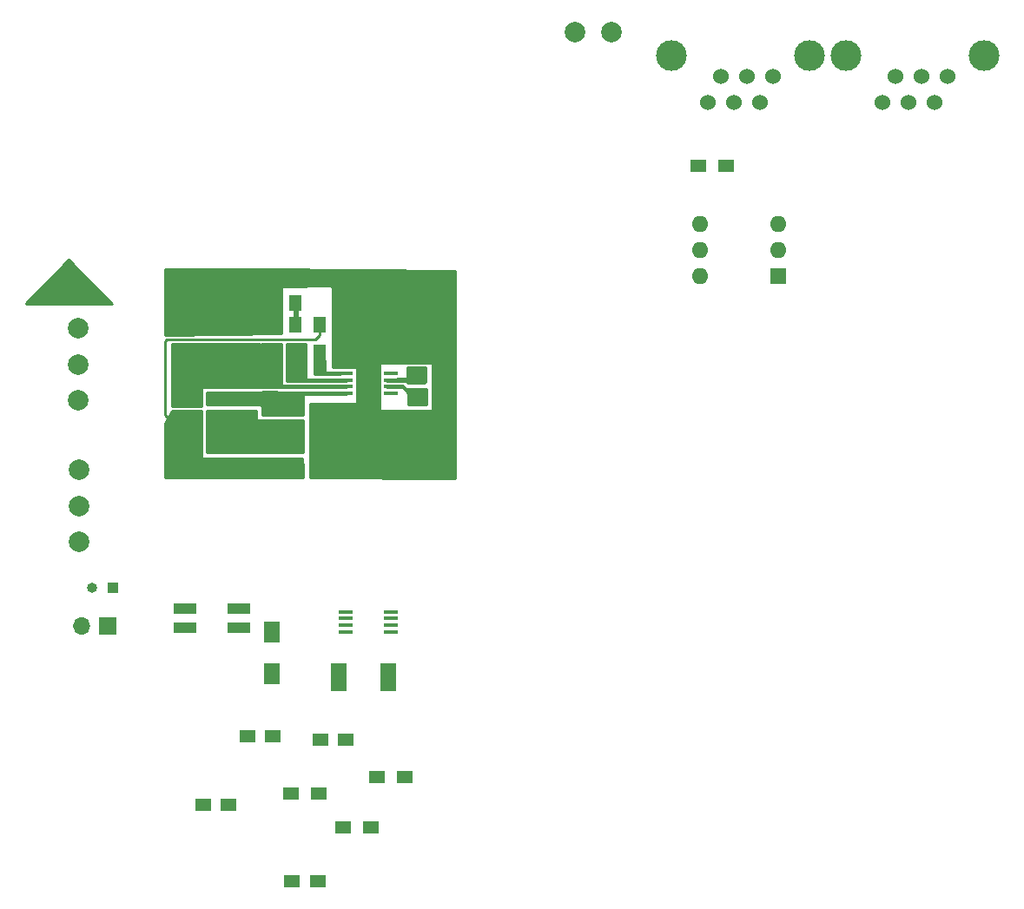
<source format=gbr>
G04 #@! TF.FileFunction,Copper,L1,Top,Signal*
%FSLAX46Y46*%
G04 Gerber Fmt 4.6, Leading zero omitted, Abs format (unit mm)*
G04 Created by KiCad (PCBNEW 4.0.5) date 01/06/17 14:54:28*
%MOMM*%
%LPD*%
G01*
G04 APERTURE LIST*
%ADD10C,0.100000*%
%ADD11R,1.450000X0.450000*%
%ADD12R,1.250000X1.500000*%
%ADD13R,1.500000X1.250000*%
%ADD14C,1.524000*%
%ADD15C,2.999740*%
%ADD16C,1.998980*%
%ADD17R,1.500000X1.300000*%
%ADD18R,1.300000X1.500000*%
%ADD19R,1.600000X1.600000*%
%ADD20O,1.600000X1.600000*%
%ADD21R,1.000000X1.000000*%
%ADD22O,1.000000X1.000000*%
%ADD23R,1.700000X1.700000*%
%ADD24O,1.700000X1.700000*%
%ADD25R,2.200000X1.000000*%
%ADD26R,1.600000X2.000000*%
%ADD27R,1.500000X2.700000*%
%ADD28C,0.300000*%
%ADD29C,0.250000*%
%ADD30C,0.254000*%
G04 APERTURE END LIST*
D10*
D11*
X55000800Y-58905500D03*
X55000800Y-59555500D03*
X55000800Y-60205500D03*
X55000800Y-60855500D03*
X59400800Y-60855500D03*
X59400800Y-60205500D03*
X59400800Y-59555500D03*
X59400800Y-58905500D03*
D12*
X50101500Y-52011900D03*
X50101500Y-49511900D03*
D13*
X64369000Y-59093100D03*
X61869000Y-59093100D03*
X52532600Y-68211700D03*
X50032600Y-68211700D03*
D14*
X109842300Y-32512000D03*
X112382300Y-32512000D03*
X107302300Y-32512000D03*
X113652300Y-29972000D03*
X111112300Y-29972000D03*
X108572300Y-29972000D03*
D15*
X103746300Y-27940000D03*
X117208300Y-27940000D03*
D14*
X92824300Y-32512000D03*
X95364300Y-32512000D03*
X90284300Y-32512000D03*
X96634300Y-29972000D03*
X94094300Y-29972000D03*
X91554300Y-29972000D03*
D15*
X86728300Y-27940000D03*
X100190300Y-27940000D03*
D16*
X28905200Y-54523640D03*
X28905200Y-51023520D03*
X28905200Y-58023760D03*
X28905200Y-61523880D03*
X80871060Y-25603200D03*
X77370940Y-25603200D03*
D17*
X92091500Y-38709600D03*
X89391500Y-38709600D03*
D18*
X52438300Y-56887100D03*
X52438300Y-54187100D03*
X50097600Y-56902000D03*
X50097600Y-54202000D03*
D17*
X64545200Y-61201300D03*
X61845200Y-61201300D03*
D19*
X97142300Y-49403000D03*
D20*
X89522300Y-44323000D03*
X97142300Y-46863000D03*
X89522300Y-46863000D03*
X97142300Y-44323000D03*
X89522300Y-49403000D03*
D12*
X47752000Y-54401400D03*
X47752000Y-56901400D03*
D21*
X32283400Y-79794100D03*
D22*
X30283400Y-79794100D03*
D13*
X52509100Y-94665800D03*
X55009100Y-94665800D03*
X41053700Y-100977700D03*
X43553700Y-100977700D03*
X49765900Y-108407200D03*
X52265900Y-108407200D03*
X45409800Y-94322900D03*
X47909800Y-94322900D03*
D23*
X31775400Y-83540600D03*
D24*
X29235400Y-83540600D03*
D16*
X28968700Y-71831200D03*
X28968700Y-68331080D03*
X28968700Y-75331320D03*
D17*
X49665900Y-99910900D03*
X52365900Y-99910900D03*
X54758600Y-103212900D03*
X57458600Y-103212900D03*
X58047900Y-98298000D03*
X60747900Y-98298000D03*
D25*
X44607300Y-81871000D03*
X44607300Y-83671000D03*
X39307300Y-81871000D03*
X39307300Y-83671000D03*
D11*
X54962700Y-82146500D03*
X54962700Y-82796500D03*
X54962700Y-83446500D03*
X54962700Y-84096500D03*
X59362700Y-84096500D03*
X59362700Y-83446500D03*
X59362700Y-82796500D03*
X59362700Y-82146500D03*
D26*
X47637700Y-61639700D03*
X47637700Y-65639700D03*
X47802800Y-88169500D03*
X47802800Y-84169500D03*
D25*
X44518400Y-61500200D03*
X44518400Y-63300200D03*
X39218400Y-61500200D03*
X39218400Y-63300200D03*
D27*
X54787500Y-65354200D03*
X49987500Y-65354200D03*
X54318200Y-88569800D03*
X59118200Y-88569800D03*
D28*
X56413400Y-58547000D03*
X57150000Y-58547000D03*
X57861200Y-58534300D03*
X57899300Y-60756800D03*
X57086500Y-60744100D03*
X56464200Y-60706000D03*
X57073800Y-60198000D03*
X57061100Y-59651900D03*
X57188100Y-59080400D03*
X57861200Y-59651900D03*
X56451500Y-59664600D03*
X56464200Y-60210700D03*
X56451500Y-59067700D03*
X57899300Y-60210700D03*
X57861200Y-59067700D03*
D29*
X50101500Y-52011900D02*
X50101500Y-54198100D01*
X50101500Y-54198100D02*
X50097600Y-54202000D01*
X57162700Y-58547000D02*
X57150000Y-58547000D01*
X57150000Y-58547000D02*
X57162700Y-58547000D01*
X57086500Y-60744100D02*
X57099200Y-60744100D01*
X57061100Y-59677300D02*
X57061100Y-59651900D01*
X56413400Y-59664600D02*
X56451500Y-59664600D01*
X56451500Y-59664600D02*
X56413400Y-59664600D01*
X56438800Y-60185300D02*
X56464200Y-60210700D01*
X56464200Y-60210700D02*
X56464200Y-60198000D01*
X56426100Y-59067700D02*
X56451500Y-59067700D01*
X57873900Y-59080400D02*
X57861200Y-59067700D01*
X52438300Y-54187100D02*
X52438300Y-55187100D01*
X52438300Y-55187100D02*
X52024800Y-55600600D01*
X52024800Y-55600600D02*
X37566600Y-55600600D01*
X37566600Y-55600600D02*
X37401500Y-55765700D01*
X37401500Y-55765700D02*
X37401500Y-63004700D01*
X37401500Y-63004700D02*
X37697000Y-63300200D01*
X37697000Y-63300200D02*
X39218400Y-63300200D01*
X38618400Y-63300200D02*
X39218400Y-63300200D01*
X55095800Y-58905500D02*
X54456700Y-58905500D01*
X55095800Y-59555500D02*
X54414300Y-59555500D01*
X54414300Y-59555500D02*
X54406800Y-59563000D01*
X55095800Y-60855500D02*
X54346200Y-60855500D01*
X54346200Y-60855500D02*
X54330600Y-60871100D01*
X55095800Y-60205500D02*
X54196100Y-60205500D01*
X54196100Y-60205500D02*
X54178200Y-60223400D01*
X47752000Y-56901400D02*
X47752000Y-58343800D01*
X47752000Y-58343800D02*
X47879000Y-58470800D01*
D30*
G36*
X46228000Y-63004700D02*
X46228081Y-63009233D01*
X46240781Y-63364833D01*
X46252544Y-63413854D01*
X46282452Y-63454437D01*
X46325793Y-63480187D01*
X46367700Y-63487300D01*
X50824613Y-63487300D01*
X50812702Y-65416916D01*
X50812700Y-65417700D01*
X50812700Y-66598800D01*
X41414700Y-66598800D01*
X41414700Y-62585600D01*
X46228000Y-62585600D01*
X46228000Y-63004700D01*
X46228000Y-63004700D01*
G37*
X46228000Y-63004700D02*
X46228081Y-63009233D01*
X46240781Y-63364833D01*
X46252544Y-63413854D01*
X46282452Y-63454437D01*
X46325793Y-63480187D01*
X46367700Y-63487300D01*
X50824613Y-63487300D01*
X50812702Y-65416916D01*
X50812700Y-65417700D01*
X50812700Y-66598800D01*
X41414700Y-66598800D01*
X41414700Y-62585600D01*
X46228000Y-62585600D01*
X46228000Y-63004700D01*
G36*
X46748096Y-48755299D02*
X65633678Y-48894071D01*
X65646221Y-69151051D01*
X51511200Y-69101148D01*
X51511200Y-61934881D01*
X51527249Y-61923587D01*
X51542469Y-61899202D01*
X55982309Y-61874398D01*
X56031663Y-61864116D01*
X56073128Y-61835443D01*
X56100171Y-61792897D01*
X56108600Y-61747400D01*
X56108600Y-58826400D01*
X58293000Y-58826400D01*
X58293000Y-62395100D01*
X58303006Y-62444510D01*
X58331447Y-62486135D01*
X58373841Y-62513415D01*
X58420000Y-62522100D01*
X63322200Y-62522100D01*
X63371610Y-62512094D01*
X63413235Y-62483653D01*
X63440515Y-62441259D01*
X63449199Y-62395470D01*
X63461899Y-58039370D01*
X63452038Y-57989931D01*
X63423718Y-57948224D01*
X63381404Y-57920821D01*
X63334900Y-57912000D01*
X58432700Y-57912000D01*
X58383290Y-57922006D01*
X58341665Y-57950447D01*
X58314385Y-57992841D01*
X58305717Y-58036952D01*
X58293017Y-58824352D01*
X58293000Y-58826400D01*
X56108600Y-58826400D01*
X56108600Y-58458100D01*
X56098594Y-58408690D01*
X56070153Y-58367065D01*
X56027759Y-58339785D01*
X55982937Y-58331107D01*
X53695600Y-58307030D01*
X53695600Y-50520600D01*
X53685594Y-50471190D01*
X53657153Y-50429565D01*
X53614759Y-50402285D01*
X53567245Y-50393607D01*
X48804745Y-50444407D01*
X48755445Y-50454939D01*
X48714126Y-50483823D01*
X48687300Y-50526505D01*
X48679100Y-50571400D01*
X48679100Y-55029400D01*
X37376345Y-55167238D01*
X37388559Y-48742770D01*
X46748096Y-48755299D01*
X46748096Y-48755299D01*
G37*
X46748096Y-48755299D02*
X65633678Y-48894071D01*
X65646221Y-69151051D01*
X51511200Y-69101148D01*
X51511200Y-61934881D01*
X51527249Y-61923587D01*
X51542469Y-61899202D01*
X55982309Y-61874398D01*
X56031663Y-61864116D01*
X56073128Y-61835443D01*
X56100171Y-61792897D01*
X56108600Y-61747400D01*
X56108600Y-58826400D01*
X58293000Y-58826400D01*
X58293000Y-62395100D01*
X58303006Y-62444510D01*
X58331447Y-62486135D01*
X58373841Y-62513415D01*
X58420000Y-62522100D01*
X63322200Y-62522100D01*
X63371610Y-62512094D01*
X63413235Y-62483653D01*
X63440515Y-62441259D01*
X63449199Y-62395470D01*
X63461899Y-58039370D01*
X63452038Y-57989931D01*
X63423718Y-57948224D01*
X63381404Y-57920821D01*
X63334900Y-57912000D01*
X58432700Y-57912000D01*
X58383290Y-57922006D01*
X58341665Y-57950447D01*
X58314385Y-57992841D01*
X58305717Y-58036952D01*
X58293017Y-58824352D01*
X58293000Y-58826400D01*
X56108600Y-58826400D01*
X56108600Y-58458100D01*
X56098594Y-58408690D01*
X56070153Y-58367065D01*
X56027759Y-58339785D01*
X55982937Y-58331107D01*
X53695600Y-58307030D01*
X53695600Y-50520600D01*
X53685594Y-50471190D01*
X53657153Y-50429565D01*
X53614759Y-50402285D01*
X53567245Y-50393607D01*
X48804745Y-50444407D01*
X48755445Y-50454939D01*
X48714126Y-50483823D01*
X48687300Y-50526505D01*
X48679100Y-50571400D01*
X48679100Y-55029400D01*
X37376345Y-55167238D01*
X37388559Y-48742770D01*
X46748096Y-48755299D01*
G36*
X62738000Y-59769111D02*
X62723165Y-59779247D01*
X62707044Y-59804300D01*
X61010800Y-59804300D01*
X61010800Y-59778900D01*
X61000794Y-59729490D01*
X60972353Y-59687865D01*
X60929959Y-59660585D01*
X60883800Y-59651900D01*
X58953400Y-59651900D01*
X58953400Y-59460920D01*
X60884604Y-59448697D01*
X60933950Y-59438379D01*
X60975393Y-59409675D01*
X61002404Y-59367109D01*
X61010800Y-59321700D01*
X61010800Y-58331100D01*
X62738000Y-58331100D01*
X62738000Y-59769111D01*
X62738000Y-59769111D01*
G37*
X62738000Y-59769111D02*
X62723165Y-59779247D01*
X62707044Y-59804300D01*
X61010800Y-59804300D01*
X61010800Y-59778900D01*
X61000794Y-59729490D01*
X60972353Y-59687865D01*
X60929959Y-59660585D01*
X60883800Y-59651900D01*
X58953400Y-59651900D01*
X58953400Y-59460920D01*
X60884604Y-59448697D01*
X60933950Y-59438379D01*
X60975393Y-59409675D01*
X61002404Y-59367109D01*
X61010800Y-59321700D01*
X61010800Y-58331100D01*
X62738000Y-58331100D01*
X62738000Y-59769111D01*
G36*
X60857910Y-60400831D02*
X60903337Y-60422692D01*
X60934600Y-60426600D01*
X62865000Y-60426600D01*
X62865000Y-61940811D01*
X62850165Y-61950947D01*
X62834044Y-61976000D01*
X61036200Y-61976000D01*
X61036200Y-60871100D01*
X61026194Y-60821690D01*
X61005626Y-60788449D01*
X60624626Y-60343949D01*
X60584873Y-60312946D01*
X60528200Y-60299600D01*
X58956786Y-60299600D01*
X58961799Y-60109100D01*
X60472825Y-60109100D01*
X60857910Y-60400831D01*
X60857910Y-60400831D01*
G37*
X60857910Y-60400831D02*
X60903337Y-60422692D01*
X60934600Y-60426600D01*
X62865000Y-60426600D01*
X62865000Y-61940811D01*
X62850165Y-61950947D01*
X62834044Y-61976000D01*
X61036200Y-61976000D01*
X61036200Y-60871100D01*
X61026194Y-60821690D01*
X61005626Y-60788449D01*
X60624626Y-60343949D01*
X60584873Y-60312946D01*
X60528200Y-60299600D01*
X58956786Y-60299600D01*
X58961799Y-60109100D01*
X60472825Y-60109100D01*
X60857910Y-60400831D01*
G36*
X40919400Y-67081051D02*
X40929271Y-67130489D01*
X40957597Y-67172191D01*
X40999916Y-67199587D01*
X41046400Y-67208400D01*
X50788719Y-67208400D01*
X50800000Y-68212415D01*
X50800000Y-69088125D01*
X38074475Y-69100700D01*
X37388800Y-69100700D01*
X37388800Y-63785352D01*
X38019598Y-62585600D01*
X40931750Y-62585600D01*
X40919400Y-67081051D01*
X40919400Y-67081051D01*
G37*
X40919400Y-67081051D02*
X40929271Y-67130489D01*
X40957597Y-67172191D01*
X40999916Y-67199587D01*
X41046400Y-67208400D01*
X50788719Y-67208400D01*
X50800000Y-68212415D01*
X50800000Y-69088125D01*
X38074475Y-69100700D01*
X37388800Y-69100700D01*
X37388800Y-63785352D01*
X38019598Y-62585600D01*
X40931750Y-62585600D01*
X40919400Y-67081051D01*
G36*
X55067200Y-60947300D02*
X50939700Y-60947300D01*
X50890290Y-60957306D01*
X50848665Y-60985747D01*
X50821385Y-61028141D01*
X50812700Y-61074300D01*
X50812700Y-62941200D01*
X46861318Y-62941200D01*
X46850289Y-62114007D01*
X46839625Y-62064734D01*
X46810632Y-62023493D01*
X46767878Y-61996781D01*
X46723300Y-61988700D01*
X41414700Y-61988700D01*
X41414700Y-60756800D01*
X55067200Y-60756800D01*
X55067200Y-60947300D01*
X55067200Y-60947300D01*
G37*
X55067200Y-60947300D02*
X50939700Y-60947300D01*
X50890290Y-60957306D01*
X50848665Y-60985747D01*
X50821385Y-61028141D01*
X50812700Y-61074300D01*
X50812700Y-62941200D01*
X46861318Y-62941200D01*
X46850289Y-62114007D01*
X46839625Y-62064734D01*
X46810632Y-62023493D01*
X46767878Y-61996781D01*
X46723300Y-61988700D01*
X41414700Y-61988700D01*
X41414700Y-60756800D01*
X55067200Y-60756800D01*
X55067200Y-60947300D01*
G36*
X50248500Y-52138900D02*
X50228500Y-52138900D01*
X50228500Y-52971850D01*
X50224600Y-52975750D01*
X50224600Y-53898800D01*
X49970600Y-53898800D01*
X49970600Y-53242050D01*
X49974500Y-53238150D01*
X49974500Y-52138900D01*
X49954500Y-52138900D01*
X49954500Y-51981100D01*
X50248500Y-51981100D01*
X50248500Y-52138900D01*
X50248500Y-52138900D01*
G37*
X50248500Y-52138900D02*
X50228500Y-52138900D01*
X50228500Y-52971850D01*
X50224600Y-52975750D01*
X50224600Y-53898800D01*
X49970600Y-53898800D01*
X49970600Y-53242050D01*
X49974500Y-53238150D01*
X49974500Y-52138900D01*
X49954500Y-52138900D01*
X49954500Y-51981100D01*
X50248500Y-51981100D01*
X50248500Y-52138900D01*
G36*
X50248500Y-52138900D02*
X50228500Y-52138900D01*
X50228500Y-52971850D01*
X50224600Y-52975750D01*
X50224600Y-53898800D01*
X49970600Y-53898800D01*
X49970600Y-53242050D01*
X49974500Y-53238150D01*
X49974500Y-52138900D01*
X49954500Y-52138900D01*
X49954500Y-51981100D01*
X50248500Y-51981100D01*
X50248500Y-52138900D01*
X50248500Y-52138900D01*
G37*
X50248500Y-52138900D02*
X50228500Y-52138900D01*
X50228500Y-52971850D01*
X50224600Y-52975750D01*
X50224600Y-53898800D01*
X49970600Y-53898800D01*
X49970600Y-53242050D01*
X49974500Y-53238150D01*
X49974500Y-52138900D01*
X49954500Y-52138900D01*
X49954500Y-51981100D01*
X50248500Y-51981100D01*
X50248500Y-52138900D01*
G36*
X51079400Y-59334400D02*
X51089406Y-59383810D01*
X51117847Y-59425435D01*
X51160241Y-59452715D01*
X51206400Y-59461400D01*
X55041800Y-59461400D01*
X55041800Y-59639200D01*
X49187100Y-59639200D01*
X49187100Y-56029489D01*
X49201935Y-56019353D01*
X49218056Y-55994300D01*
X51079400Y-55994300D01*
X51079400Y-59334400D01*
X51079400Y-59334400D01*
G37*
X51079400Y-59334400D02*
X51089406Y-59383810D01*
X51117847Y-59425435D01*
X51160241Y-59452715D01*
X51206400Y-59461400D01*
X55041800Y-59461400D01*
X55041800Y-59639200D01*
X49187100Y-59639200D01*
X49187100Y-56029489D01*
X49201935Y-56019353D01*
X49218056Y-55994300D01*
X51079400Y-55994300D01*
X51079400Y-59334400D01*
G36*
X52959000Y-58674000D02*
X52969006Y-58723410D01*
X52997447Y-58765035D01*
X53039841Y-58792315D01*
X53086000Y-58801000D01*
X54495700Y-58801000D01*
X54495700Y-59004200D01*
X51917600Y-59004200D01*
X51917600Y-57632600D01*
X52959000Y-57632600D01*
X52959000Y-58674000D01*
X52959000Y-58674000D01*
G37*
X52959000Y-58674000D02*
X52969006Y-58723410D01*
X52997447Y-58765035D01*
X53039841Y-58792315D01*
X53086000Y-58801000D01*
X54495700Y-58801000D01*
X54495700Y-59004200D01*
X51917600Y-59004200D01*
X51917600Y-57632600D01*
X52959000Y-57632600D01*
X52959000Y-58674000D01*
G36*
X48704500Y-59982100D02*
X48714506Y-60031510D01*
X48742947Y-60073135D01*
X48785341Y-60100415D01*
X48831500Y-60109100D01*
X55041800Y-60109100D01*
X55041800Y-60299600D01*
X46870904Y-60299600D01*
X46802552Y-60291056D01*
X46752283Y-60294856D01*
X46742834Y-60299530D01*
X41046682Y-60286900D01*
X40997249Y-60296797D01*
X40955562Y-60325145D01*
X40928188Y-60367479D01*
X40919400Y-60413900D01*
X40919400Y-62060320D01*
X40898060Y-62103000D01*
X38011100Y-62103000D01*
X38011100Y-56057800D01*
X46613065Y-56057800D01*
X46639041Y-56074515D01*
X46685200Y-56083200D01*
X46736000Y-56083200D01*
X46785410Y-56073194D01*
X46827035Y-56044753D01*
X46843156Y-56019700D01*
X48704500Y-56019700D01*
X48704500Y-59982100D01*
X48704500Y-59982100D01*
G37*
X48704500Y-59982100D02*
X48714506Y-60031510D01*
X48742947Y-60073135D01*
X48785341Y-60100415D01*
X48831500Y-60109100D01*
X55041800Y-60109100D01*
X55041800Y-60299600D01*
X46870904Y-60299600D01*
X46802552Y-60291056D01*
X46752283Y-60294856D01*
X46742834Y-60299530D01*
X41046682Y-60286900D01*
X40997249Y-60296797D01*
X40955562Y-60325145D01*
X40928188Y-60367479D01*
X40919400Y-60413900D01*
X40919400Y-62060320D01*
X40898060Y-62103000D01*
X38011100Y-62103000D01*
X38011100Y-56057800D01*
X46613065Y-56057800D01*
X46639041Y-56074515D01*
X46685200Y-56083200D01*
X46736000Y-56083200D01*
X46785410Y-56073194D01*
X46827035Y-56044753D01*
X46843156Y-56019700D01*
X48704500Y-56019700D01*
X48704500Y-59982100D01*
G36*
X32218094Y-52108100D02*
X23787100Y-52108100D01*
X23787100Y-52008306D01*
X27952700Y-47842706D01*
X32218094Y-52108100D01*
X32218094Y-52108100D01*
G37*
X32218094Y-52108100D02*
X23787100Y-52108100D01*
X23787100Y-52008306D01*
X27952700Y-47842706D01*
X32218094Y-52108100D01*
M02*

</source>
